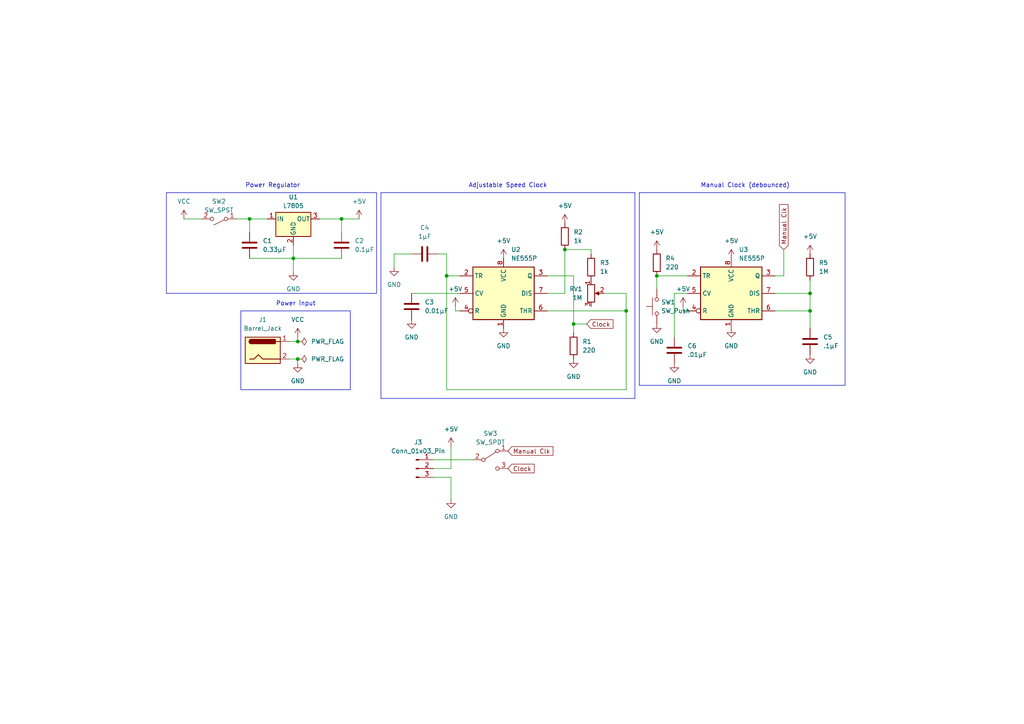
<source format=kicad_sch>
(kicad_sch (version 20230121) (generator eeschema)
  (paper "A4")
  (lib_symbols
    (symbol "Connector:Barrel_Jack" (pin_names (offset 1.016))
      (property "Reference" "J" (at 0 5.334 0))
      (property "Value" "Barrel_Jack" (at 0 -5.08 0))
      (symbol "Barrel_Jack_0_1"
        (rectangle (start -5.08 3.81) (end 5.08 -3.81) (stroke (width 0.254)) (fill (type background)))
        (arc (start -3.302 3.175) (mid -3.9343 2.54) (end -3.302 1.905) (stroke (width 0.254)))
        (arc (start -3.302 3.175) (mid -3.9343 2.54) (end -3.302 1.905) (stroke (width 0.254)) (fill (type outline)))
        (polyline (pts (xy 5.08 2.54) (xy 3.81 2.54)) (stroke (width 0.254)))
        (polyline (pts (xy -3.81 -2.54) (xy -2.54 -2.54) (xy -1.27 -1.27) (xy 0 -2.54) (xy 2.54 -2.54) (xy 5.08 -2.54)) (stroke (width 0.254)))
        (rectangle (start 3.683 3.175) (end -3.302 1.905) (stroke (width 0.254)) (fill (type outline)))
      )
      (symbol "Barrel_Jack_1_1"
        (pin passive line (at 7.62 2.54 180) (length 2.54) (name "~") (number "1"))
        (pin passive line (at 7.62 -2.54 180) (length 2.54) (name "~") (number "2"))
      )
    )
    (symbol "Connector:Conn_01x03_Pin" (pin_names (offset 1.016) hide)
      (property "Reference" "J" (at 0 5.08 0))
      (property "Value" "Conn_01x03_Pin" (at 0 -5.08 0))
      (symbol "Conn_01x03_Pin_1_1"
        (polyline (pts (xy 1.27 -2.54) (xy 0.8636 -2.54)) (stroke (width 0.1524)))
        (polyline (pts (xy 1.27 0) (xy 0.8636 0)) (stroke (width 0.1524)))
        (polyline (pts (xy 1.27 2.54) (xy 0.8636 2.54)) (stroke (width 0.1524)))
        (rectangle (start 0.8636 -2.413) (end 0 -2.667) (stroke (width 0.1524)) (fill (type outline)))
        (rectangle (start 0.8636 0.127) (end 0 -0.127) (stroke (width 0.1524)) (fill (type outline)))
        (rectangle (start 0.8636 2.667) (end 0 2.413) (stroke (width 0.1524)) (fill (type outline)))
        (pin passive line (at 5.08 2.54 180) (length 3.81) (name "Pin_1") (number "1"))
        (pin passive line (at 5.08 0 180) (length 3.81) (name "Pin_2") (number "2"))
        (pin passive line (at 5.08 -2.54 180) (length 3.81) (name "Pin_3") (number "3"))
      )
    )
    (symbol "Device:C" (pin_numbers hide) (pin_names (offset 0.254))
      (property "Reference" "C" (at 0.635 2.54 0))
      (property "Value" "C" (at 0.635 -2.54 0))
      (symbol "C_0_1"
        (polyline (pts (xy -2.032 -0.762) (xy 2.032 -0.762)) (stroke (width 0.508)))
        (polyline (pts (xy -2.032 0.762) (xy 2.032 0.762)) (stroke (width 0.508)))
      )
      (symbol "C_1_1"
        (pin passive line (at 0 3.81 270) (length 2.794) (name "~") (number "1"))
        (pin passive line (at 0 -3.81 90) (length 2.794) (name "~") (number "2"))
      )
    )
    (symbol "Device:R" (pin_numbers hide) (pin_names (offset 0))
      (property "Reference" "R" (at 2.032 0 90))
      (property "Value" "R" (at 0 0 90))
      (symbol "R_0_1"
        (rectangle (start -1.016 -2.54) (end 1.016 2.54) (stroke (width 0.254)))
      )
      (symbol "R_1_1"
        (pin passive line (at 0 3.81 270) (length 1.27) (name "~") (number "1"))
        (pin passive line (at 0 -3.81 90) (length 1.27) (name "~") (number "2"))
      )
    )
    (symbol "Device:R_Potentiometer" (pin_names (offset 1.016) hide)
      (property "Reference" "RV" (at -4.445 0 90))
      (property "Value" "R_Potentiometer" (at -2.54 0 90))
      (symbol "R_Potentiometer_0_1"
        (polyline (pts (xy 2.54 0) (xy 1.524 0)))
        (polyline (pts (xy 1.143 0) (xy 2.286 0.508) (xy 2.286 -0.508) (xy 1.143 0)) (fill (type outline)))
        (rectangle (start 1.016 2.54) (end -1.016 -2.54) (stroke (width 0.254)))
      )
      (symbol "R_Potentiometer_1_1"
        (pin passive line (at 0 3.81 270) (length 1.27) (name "1") (number "1"))
        (pin passive line (at 3.81 0 180) (length 1.27) (name "2") (number "2"))
        (pin passive line (at 0 -3.81 90) (length 1.27) (name "3") (number "3"))
      )
    )
    (symbol "Regulator_Linear:L7805" (pin_names (offset 0.254))
      (property "Reference" "U" (at -3.81 3.175 0))
      (property "Value" "L7805" (at 0 3.175 0))
      (symbol "L7805_0_1"
        (rectangle (start -5.08 1.905) (end 5.08 -5.08) (stroke (width 0.254)) (fill (type background)))
      )
      (symbol "L7805_1_1"
        (pin power_in line (at -7.62 0 0) (length 2.54) (name "IN") (number "1"))
        (pin power_in line (at 0 -7.62 90) (length 2.54) (name "GND") (number "2"))
        (pin power_out line (at 7.62 0 180) (length 2.54) (name "OUT") (number "3"))
      )
    )
    (symbol "Switch:SW_Push" (pin_numbers hide) (pin_names (offset 1.016) hide)
      (property "Reference" "SW" (at 1.27 2.54 0))
      (property "Value" "SW_Push" (at 0 -1.524 0))
      (symbol "SW_Push_0_1"
        (circle (center -2.032 0) (radius 0.508))
        (polyline (pts (xy 0 1.27) (xy 0 3.048)))
        (polyline (pts (xy 2.54 1.27) (xy -2.54 1.27)))
        (circle (center 2.032 0) (radius 0.508))
        (pin passive line (at -5.08 0 0) (length 2.54) (name "1") (number "1"))
        (pin passive line (at 5.08 0 180) (length 2.54) (name "2") (number "2"))
      )
    )
    (symbol "Switch:SW_SPDT" (pin_names (offset 0) hide)
      (property "Reference" "SW" (at 0 4.318 0))
      (property "Value" "SW_SPDT" (at 0 -5.08 0))
      (symbol "SW_SPDT_0_0"
        (circle (center -2.032 0) (radius 0.508))
        (circle (center 2.032 -2.54) (radius 0.508))
      )
      (symbol "SW_SPDT_0_1"
        (polyline (pts (xy -1.524 0.254) (xy 1.651 2.286)))
        (circle (center 2.032 2.54) (radius 0.508))
      )
      (symbol "SW_SPDT_1_1"
        (pin passive line (at 5.08 2.54 180) (length 2.54) (name "A") (number "1"))
        (pin passive line (at -5.08 0 0) (length 2.54) (name "B") (number "2"))
        (pin passive line (at 5.08 -2.54 180) (length 2.54) (name "C") (number "3"))
      )
    )
    (symbol "Switch:SW_SPST" (pin_names (offset 0) hide)
      (property "Reference" "SW" (at 0 3.175 0))
      (property "Value" "SW_SPST" (at 0 -2.54 0))
      (symbol "SW_SPST_0_0"
        (circle (center -2.032 0) (radius 0.508))
        (polyline (pts (xy -1.524 0.254) (xy 1.524 1.778)))
        (circle (center 2.032 0) (radius 0.508))
      )
      (symbol "SW_SPST_1_1"
        (pin passive line (at -5.08 0 0) (length 2.54) (name "A") (number "1"))
        (pin passive line (at 5.08 0 180) (length 2.54) (name "B") (number "2"))
      )
    )
    (symbol "Timer:NE555P"
      (property "Reference" "U" (at -10.16 8.89 0))
      (property "Value" "NE555P" (at 2.54 8.89 0))
      (symbol "NE555P_0_0"
        (pin power_in line (at 0 -10.16 90) (length 2.54) (name "GND") (number "1"))
        (pin power_in line (at 0 10.16 270) (length 2.54) (name "VCC") (number "8"))
      )
      (symbol "NE555P_0_1"
        (rectangle (start -8.89 -7.62) (end 8.89 7.62) (stroke (width 0.254)) (fill (type background)))
        (rectangle (start -8.89 -7.62) (end 8.89 7.62) (stroke (width 0.254)) (fill (type background)))
      )
      (symbol "NE555P_1_1"
        (pin input line (at -12.7 5.08 0) (length 3.81) (name "TR") (number "2"))
        (pin output line (at 12.7 5.08 180) (length 3.81) (name "Q") (number "3"))
        (pin input inverted (at -12.7 -5.08 0) (length 3.81) (name "R") (number "4"))
        (pin input line (at -12.7 0 0) (length 3.81) (name "CV") (number "5"))
        (pin input line (at 12.7 -5.08 180) (length 3.81) (name "THR") (number "6"))
        (pin input line (at 12.7 0 180) (length 3.81) (name "DIS") (number "7"))
      )
    )
    (symbol "power:+5V" (power) (pin_names (offset 0))
      (property "Value" "+5V" (at 0 3.556 0))
      (symbol "+5V_0_1"
        (polyline (pts (xy -0.762 1.27) (xy 0 2.54)))
        (polyline (pts (xy 0 0) (xy 0 2.54)))
        (polyline (pts (xy 0 2.54) (xy 0.762 1.27)))
      )
      (symbol "+5V_1_1"
        (pin power_in line (at 0 0 90) (length 0) hide (name "+5V") (number "1"))
      )
    )
    (symbol "power:GND" (power) (pin_names (offset 0))
      (property "Value" "GND" (at 0 -3.81 0))
      (symbol "GND_0_1"
        (polyline (pts (xy 0 0) (xy 0 -1.27) (xy 1.27 -1.27) (xy 0 -2.54) (xy -1.27 -1.27) (xy 0 -1.27)))
      )
      (symbol "GND_1_1"
        (pin power_in line (at 0 0 270) (length 0) hide (name "GND") (number "1"))
      )
    )
    (symbol "power:PWR_FLAG" (power) (pin_numbers hide) (pin_names (offset 0) hide)
      (property "Value" "PWR_FLAG" (at 0 3.81 0))
      (symbol "PWR_FLAG_0_0"
        (pin power_out line (at 0 0 90) (length 0) (name "pwr") (number "1"))
      )
      (symbol "PWR_FLAG_0_1"
        (polyline (pts (xy 0 0) (xy 0 1.27) (xy -1.016 1.905) (xy 0 2.54) (xy 1.016 1.905) (xy 0 1.27)))
      )
    )
    (symbol "power:VCC" (power) (pin_names (offset 0))
      (property "Value" "VCC" (at 0 3.81 0))
      (symbol "VCC_0_1"
        (polyline (pts (xy -0.762 1.27) (xy 0 2.54)))
        (polyline (pts (xy 0 0) (xy 0 2.54)))
        (polyline (pts (xy 0 2.54) (xy 0.762 1.27)))
      )
      (symbol "VCC_1_1"
        (pin power_in line (at 0 0 90) (length 0) hide (name "VCC") (number "1"))
      )
    )
  )
  (junction (at 190.5 80.01))
  (junction (at 129.54 80.01))
  (junction (at 85.09 74.93))
  (junction (at 234.95 90.17))
  (junction (at 166.37 93.98))
  (junction (at 86.36 99.06))
  (junction (at 163.83 72.39))
  (junction (at 234.95 85.09))
  (junction (at 99.06 63.5))
  (junction (at 181.61 90.17))
  (junction (at 86.36 104.14))
  (junction (at 72.39 63.5))
  (wire (pts (xy 125.73 138.43) (xy 130.81 138.43)))
  (wire (pts (xy 125.73 135.89) (xy 130.81 135.89)))
  (wire (pts (xy 83.82 104.14) (xy 86.36 104.14)))
  (wire (pts (xy 175.26 85.09) (xy 181.61 85.09)))
  (wire (pts (xy 181.61 113.03) (xy 129.54 113.03)))
  (wire (pts (xy 166.37 96.52) (xy 166.37 93.98)))
  (wire (pts (xy 86.36 104.14) (xy 86.36 105.41)))
  (wire (pts (xy 195.58 85.09) (xy 195.58 97.79)))
  (wire (pts (xy 198.12 90.17) (xy 199.39 90.17)))
  (wire (pts (xy 129.54 80.01) (xy 129.54 73.66)))
  (wire (pts (xy 85.09 74.93) (xy 85.09 78.74)))
  (wire (pts (xy 181.61 85.09) (xy 181.61 90.17)))
  (wire (pts (xy 130.81 129.54) (xy 130.81 135.89)))
  (wire (pts (xy 86.36 99.06) (xy 83.82 99.06)))
  (wire (pts (xy 68.58 63.5) (xy 72.39 63.5)))
  (wire (pts (xy 198.12 88.9) (xy 198.12 90.17)))
  (wire (pts (xy 92.71 63.5) (xy 99.06 63.5)))
  (wire (pts (xy 114.3 73.66) (xy 119.38 73.66)))
  (wire (pts (xy 171.45 72.39) (xy 171.45 73.66)))
  (wire (pts (xy 125.73 133.35) (xy 137.16 133.35)))
  (wire (pts (xy 129.54 113.03) (xy 129.54 80.01)))
  (wire (pts (xy 163.83 85.09) (xy 158.75 85.09)))
  (wire (pts (xy 99.06 63.5) (xy 99.06 67.31)))
  (wire (pts (xy 163.83 72.39) (xy 171.45 72.39)))
  (wire (pts (xy 181.61 90.17) (xy 181.61 113.03)))
  (wire (pts (xy 119.38 85.09) (xy 133.35 85.09)))
  (wire (pts (xy 129.54 73.66) (xy 127 73.66)))
  (wire (pts (xy 190.5 80.01) (xy 190.5 83.82)))
  (wire (pts (xy 199.39 85.09) (xy 195.58 85.09)))
  (wire (pts (xy 132.08 90.17) (xy 133.35 90.17)))
  (wire (pts (xy 163.83 72.39) (xy 163.83 85.09)))
  (wire (pts (xy 132.08 88.9) (xy 132.08 90.17)))
  (wire (pts (xy 99.06 63.5) (xy 104.14 63.5)))
  (wire (pts (xy 85.09 71.12) (xy 85.09 74.93)))
  (wire (pts (xy 158.75 90.17) (xy 181.61 90.17)))
  (wire (pts (xy 72.39 74.93) (xy 85.09 74.93)))
  (wire (pts (xy 166.37 93.98) (xy 166.37 80.01)))
  (wire (pts (xy 166.37 93.98) (xy 170.18 93.98)))
  (wire (pts (xy 224.79 80.01) (xy 227.33 80.01)))
  (wire (pts (xy 72.39 63.5) (xy 77.47 63.5)))
  (wire (pts (xy 129.54 80.01) (xy 133.35 80.01)))
  (wire (pts (xy 234.95 90.17) (xy 234.95 95.25)))
  (wire (pts (xy 166.37 80.01) (xy 158.75 80.01)))
  (wire (pts (xy 227.33 72.39) (xy 227.33 80.01)))
  (wire (pts (xy 199.39 80.01) (xy 190.5 80.01)))
  (wire (pts (xy 234.95 85.09) (xy 234.95 90.17)))
  (wire (pts (xy 72.39 67.31) (xy 72.39 63.5)))
  (wire (pts (xy 114.3 77.47) (xy 114.3 73.66)))
  (wire (pts (xy 86.36 97.79) (xy 86.36 99.06)))
  (wire (pts (xy 224.79 90.17) (xy 234.95 90.17)))
  (wire (pts (xy 234.95 85.09) (xy 234.95 81.28)))
  (wire (pts (xy 85.09 74.93) (xy 99.06 74.93)))
  (wire (pts (xy 224.79 85.09) (xy 234.95 85.09)))
  (wire (pts (xy 130.81 138.43) (xy 130.81 144.78)))
  (wire (pts (xy 53.34 63.5) (xy 58.42 63.5)))
  (rectangle (start 69.85 90.17) (end 101.6 113.03))
  (rectangle (start 48.26 55.88) (end 109.22 85.09))
  (rectangle (start 110.49 55.88) (end 184.15 115.57))
  (rectangle (start 185.42 55.88) (end 245.11 111.76))
  (text "Power Regulator" (at 71.12 54.61 0) (effects (font (size 1.27 1.27)) (justify left bottom)))
  (text "Manual Clock (debounced)\n" (at 203.2 54.61 0) (effects (font (size 1.27 1.27)) (justify left bottom)))
  (text "Adjustable Speed Clock\n" (at 135.89 54.61 0) (effects (font (size 1.27 1.27)) (justify left bottom)))
  (text "Power input" (at 80.01 88.9 0) (effects (font (size 1.27 1.27)) (justify left bottom)))
  (global_label "Clock" (shape input) (at 170.18 93.98 0) (property "Intersheetrefs" "${INTERSHEET_REFS}" (effects hide)))
  (global_label "Manual Clk" (shape input) (at 227.33 72.39 90) (property "Intersheetrefs" "${INTERSHEET_REFS}" (effects hide)))
  (global_label "Manual Clk" (shape input) (at 147.32 130.81 0) (property "Intersheetrefs" "${INTERSHEET_REFS}" (effects hide)))
  (global_label "Clock" (shape input) (at 147.32 135.89 0) (property "Intersheetrefs" "${INTERSHEET_REFS}" (effects hide)))
  (symbol (lib_id "power:+5V") (at 234.95 73.66 0) (unit 1)
    (property "Reference" "#PWR018" (effects hide))
    (property "Value" "+5V" (at 234.95 68.58 0))
  )
  (symbol (lib_id "power:GND") (at 195.58 105.41 0) (unit 1)
    (property "Reference" "#PWR019" (effects hide))
    (property "Value" "GND" (at 195.58 110.49 0))
  )
  (symbol (lib_id "power:+5V") (at 163.83 64.77 0) (unit 1)
    (property "Reference" "#PWR010" (effects hide))
    (property "Value" "+5V" (at 163.83 59.69 0))
  )
  (symbol (lib_id "Device:R") (at 171.45 77.47 0) (unit 1)
    (property "Reference" "R3" (at 173.99 76.2 0) (effects (justify left)))
    (property "Value" "1k" (at 173.99 78.74 0) (effects (justify left)))
    (property "Footprint" "Resistor_THT:R_Axial_DIN0207_L6.3mm_D2.5mm_P10.16mm_Horizontal" (effects hide))
  )
  (symbol (lib_id "Regulator_Linear:L7805") (at 85.09 63.5 0) (unit 1)
    (property "Reference" "U1" (at 85.09 57.15 0))
    (property "Value" "L7805" (at 85.09 59.69 0))
    (property "Footprint" "Package_TO_SOT_THT:TO-220-3_Vertical" (effects hide))
    (property "Datasheet" "http://www.st.com/content/ccc/resource/technical/document/datasheet/41/4f/b3/b0/12/d4/47/88/CD00000444.pdf/files/CD00000444.pdf/jcr:content/translations/en.CD00000444.pdf" (effects hide))
  )
  (symbol (lib_id "Device:C") (at 195.58 101.6 0) (unit 1)
    (property "Reference" "C6" (at 199.39 100.33 0) (effects (justify left)))
    (property "Value" ".01μF" (at 199.39 102.87 0) (effects (justify left)))
    (property "Footprint" "Capacitor_THT:C_Radial_D4.0mm_H7.0mm_P1.50mm" (effects hide))
  )
  (symbol (lib_id "power:GND") (at 212.09 95.25 0) (unit 1)
    (property "Reference" "#PWR014" (effects hide))
    (property "Value" "GND" (at 212.09 100.33 0))
  )
  (symbol (lib_id "power:GND") (at 114.3 77.47 0) (unit 1)
    (property "Reference" "#PWR011" (effects hide))
    (property "Value" "GND" (at 114.3 82.55 0))
  )
  (symbol (lib_id "power:GND") (at 166.37 104.14 0) (unit 1)
    (property "Reference" "#PWR09" (effects hide))
    (property "Value" "GND" (at 166.37 109.22 0))
  )
  (symbol (lib_id "Timer:NE555P") (at 146.05 85.09 0) (unit 1)
    (property "Reference" "U2" (at 148.2441 72.39 0) (effects (justify left)))
    (property "Value" "NE555P" (at 148.2441 74.93 0) (effects (justify left)))
    (property "Footprint" "Package_DIP:DIP-8_W7.62mm" (effects hide))
    (property "Datasheet" "http://www.ti.com/lit/ds/symlink/ne555.pdf" (effects hide))
  )
  (symbol (lib_id "Device:R") (at 234.95 77.47 0) (unit 1)
    (property "Reference" "R5" (at 237.49 76.2 0) (effects (justify left)))
    (property "Value" "1M" (at 237.49 78.74 0) (effects (justify left)))
    (property "Footprint" "Resistor_THT:R_Axial_DIN0207_L6.3mm_D2.5mm_P10.16mm_Horizontal" (effects hide))
  )
  (symbol (lib_id "power:PWR_FLAG") (at 86.36 104.14 270) (unit 1)
    (property "Reference" "#FLG02" (effects hide))
    (property "Value" "PWR_FLAG" (at 90.17 104.14 90) (effects (justify left)))
  )
  (symbol (lib_id "Device:C") (at 123.19 73.66 90) (unit 1)
    (property "Reference" "C4" (at 123.19 66.04 90))
    (property "Value" "1μF" (at 123.19 68.58 90))
    (property "Footprint" "Capacitor_THT:C_Radial_D4.0mm_H7.0mm_P1.50mm" (effects hide))
  )
  (symbol (lib_id "power:GND") (at 86.36 105.41 0) (unit 1)
    (property "Reference" "#PWR02" (effects hide))
    (property "Value" "GND" (at 86.36 110.49 0))
  )
  (symbol (lib_id "power:GND") (at 234.95 102.87 0) (unit 1)
    (property "Reference" "#PWR017" (effects hide))
    (property "Value" "GND" (at 234.95 107.95 0))
  )
  (symbol (lib_id "power:GND") (at 146.05 95.25 0) (unit 1)
    (property "Reference" "#PWR08" (effects hide))
    (property "Value" "GND" (at 146.05 100.33 0))
  )
  (symbol (lib_id "power:+5V") (at 198.12 88.9 0) (unit 1)
    (property "Reference" "#PWR020" (effects hide))
    (property "Value" "+5V" (at 198.12 83.82 0))
  )
  (symbol (lib_id "power:VCC") (at 53.34 63.5 0) (unit 1)
    (property "Reference" "#PWR05" (effects hide))
    (property "Value" "VCC" (at 53.34 58.42 0))
  )
  (symbol (lib_id "power:+5V") (at 212.09 74.93 0) (unit 1)
    (property "Reference" "#PWR013" (effects hide))
    (property "Value" "+5V" (at 212.09 69.85 0))
  )
  (symbol (lib_id "Device:R") (at 163.83 68.58 0) (unit 1)
    (property "Reference" "R2" (at 166.37 67.31 0) (effects (justify left)))
    (property "Value" "1k" (at 166.37 69.85 0) (effects (justify left)))
    (property "Footprint" "Resistor_THT:R_Axial_DIN0207_L6.3mm_D2.5mm_P10.16mm_Horizontal" (effects hide))
  )
  (symbol (lib_id "Device:C") (at 99.06 71.12 0) (unit 1)
    (property "Reference" "C2" (at 102.87 69.85 0) (effects (justify left)))
    (property "Value" "0.1μF" (at 102.87 72.39 0) (effects (justify left)))
    (property "Footprint" "Capacitor_THT:C_Radial_D4.0mm_H7.0mm_P1.50mm" (effects hide))
  )
  (symbol (lib_id "Switch:SW_Push") (at 190.5 88.9 90) (unit 1)
    (property "Reference" "SW1" (at 191.77 87.63 90) (effects (justify right)))
    (property "Value" "SW_Push" (at 191.77 90.17 90) (effects (justify right)))
    (property "Footprint" "Button_Switch_THT:SW_PUSH_6mm" (effects hide))
  )
  (symbol (lib_id "power:+5V") (at 104.14 63.5 0) (unit 1)
    (property "Reference" "#PWR04" (effects hide))
    (property "Value" "+5V" (at 104.14 58.42 0))
  )
  (symbol (lib_id "Device:C") (at 72.39 71.12 0) (unit 1)
    (property "Reference" "C1" (at 76.2 69.85 0) (effects (justify left)))
    (property "Value" "0.33μF" (at 76.2 72.39 0) (effects (justify left)))
    (property "Footprint" "Capacitor_THT:C_Radial_D4.0mm_H7.0mm_P1.50mm" (effects hide))
  )
  (symbol (lib_id "power:GND") (at 190.5 93.98 0) (unit 1)
    (property "Reference" "#PWR015" (effects hide))
    (property "Value" "GND" (at 190.5 99.06 0))
  )
  (symbol (lib_id "Device:C") (at 119.38 88.9 0) (unit 1)
    (property "Reference" "C3" (at 123.19 87.63 0) (effects (justify left)))
    (property "Value" "0.01μF" (at 123.19 90.17 0) (effects (justify left)))
    (property "Footprint" "Capacitor_THT:C_Radial_D4.0mm_H7.0mm_P1.50mm" (effects hide))
  )
  (symbol (lib_id "power:GND") (at 85.09 78.74 0) (unit 1)
    (property "Reference" "#PWR03" (effects hide))
    (property "Value" "GND" (at 85.09 83.82 0))
  )
  (symbol (lib_id "Device:R") (at 190.5 76.2 0) (unit 1)
    (property "Reference" "R4" (at 193.04 74.93 0) (effects (justify left)))
    (property "Value" "220" (at 193.04 77.47 0) (effects (justify left)))
    (property "Footprint" "Resistor_THT:R_Axial_DIN0207_L6.3mm_D2.5mm_P10.16mm_Horizontal" (effects hide))
  )
  (symbol (lib_id "Connector:Barrel_Jack") (at 76.2 101.6 0) (unit 1)
    (property "Reference" "J1" (at 76.2 92.71 0))
    (property "Value" "Barrel_Jack" (at 76.2 95.25 0))
    (property "Footprint" "Connector_BarrelJack:BarrelJack_SwitchcraftConxall_RAPC10U_Horizontal" (effects hide))
  )
  (symbol (lib_id "power:+5V") (at 190.5 72.39 0) (unit 1)
    (property "Reference" "#PWR016" (effects hide))
    (property "Value" "+5V" (at 190.5 67.31 0))
  )
  (symbol (lib_id "Switch:SW_SPST") (at 63.5 63.5 180) (unit 1)
    (property "Reference" "SW2" (at 63.5 58.42 0))
    (property "Value" "SW_SPST" (at 63.5 60.96 0))
    (property "Footprint" "Button_Switch_THT:SW_DIP_SPSTx01_Slide_9.78x4.72mm_W7.62mm_P2.54mm" (effects hide))
  )
  (symbol (lib_id "power:VCC") (at 86.36 97.79 0) (unit 1)
    (property "Reference" "#PWR01" (effects hide))
    (property "Value" "VCC" (at 86.36 92.71 0))
  )
  (symbol (lib_id "power:+5V") (at 132.08 88.9 0) (unit 1)
    (property "Reference" "#PWR012" (effects hide))
    (property "Value" "+5V" (at 132.08 83.82 0))
  )
  (symbol (lib_id "power:GND") (at 130.81 144.78 0) (unit 1)
    (property "Reference" "#PWR022" (effects hide))
    (property "Value" "GND" (at 130.81 149.86 0))
  )
  (symbol (lib_id "Device:C") (at 234.95 99.06 0) (unit 1)
    (property "Reference" "C5" (at 238.76 97.79 0) (effects (justify left)))
    (property "Value" ".1μF" (at 238.76 100.33 0) (effects (justify left)))
    (property "Footprint" "Capacitor_THT:C_Radial_D4.0mm_H7.0mm_P1.50mm" (effects hide))
  )
  (symbol (lib_id "Timer:NE555P") (at 212.09 85.09 0) (unit 1)
    (property "Reference" "U3" (at 214.2841 72.39 0) (effects (justify left)))
    (property "Value" "NE555P" (at 214.2841 74.93 0) (effects (justify left)))
    (property "Footprint" "Package_DIP:DIP-8_W7.62mm" (effects hide))
    (property "Datasheet" "http://www.ti.com/lit/ds/symlink/ne555.pdf" (effects hide))
  )
  (symbol (lib_id "power:+5V") (at 130.81 129.54 0) (unit 1)
    (property "Reference" "#PWR021" (effects hide))
    (property "Value" "+5V" (at 130.81 124.46 0))
  )
  (symbol (lib_id "Switch:SW_SPDT") (at 142.24 133.35 0) (unit 1)
    (property "Reference" "SW3" (at 142.24 125.73 0))
    (property "Value" "SW_SPDT" (at 142.24 128.27 0))
    (property "Footprint" "Button_Switch_THT:SW_Slide_1P2T_CK_OS102011MS2Q" (effects hide))
  )
  (symbol (lib_id "power:+5V") (at 146.05 74.93 0) (unit 1)
    (property "Reference" "#PWR06" (effects hide))
    (property "Value" "+5V" (at 146.05 69.85 0))
  )
  (symbol (lib_id "power:PWR_FLAG") (at 86.36 99.06 270) (unit 1)
    (property "Reference" "#FLG01" (effects hide))
    (property "Value" "PWR_FLAG" (at 90.17 99.06 90) (effects (justify left)))
  )
  (symbol (lib_id "Device:R") (at 166.37 100.33 0) (unit 1)
    (property "Reference" "R1" (at 168.91 99.06 0) (effects (justify left)))
    (property "Value" "220" (at 168.91 101.6 0) (effects (justify left)))
    (property "Footprint" "Resistor_THT:R_Axial_DIN0207_L6.3mm_D2.5mm_P10.16mm_Horizontal" (effects hide))
  )
  (symbol (lib_id "Device:R_Potentiometer") (at 171.45 85.09 0) (unit 1)
    (property "Reference" "RV1" (at 168.91 83.82 0) (effects (justify right)))
    (property "Value" "1M" (at 168.91 86.36 0) (effects (justify right)))
    (property "Footprint" "Potentiometer_THT:Potentiometer_ACP_CA9-V10_Vertical_Hole" (effects hide))
  )
  (symbol (lib_id "power:GND") (at 119.38 92.71 0) (unit 1)
    (property "Reference" "#PWR07" (effects hide))
    (property "Value" "GND" (at 119.38 97.79 0))
  )
  (symbol (lib_id "Connector:Conn_01x03_Pin") (at 120.65 135.89 0) (unit 1)
    (property "Reference" "J3" (at 121.285 128.27 0))
    (property "Value" "Conn_01x03_Pin" (at 121.285 130.81 0))
    (property "Footprint" "Connector_PinHeader_2.54mm:PinHeader_1x03_P2.54mm_Horizontal" (effects hide))
  )
)
</source>
